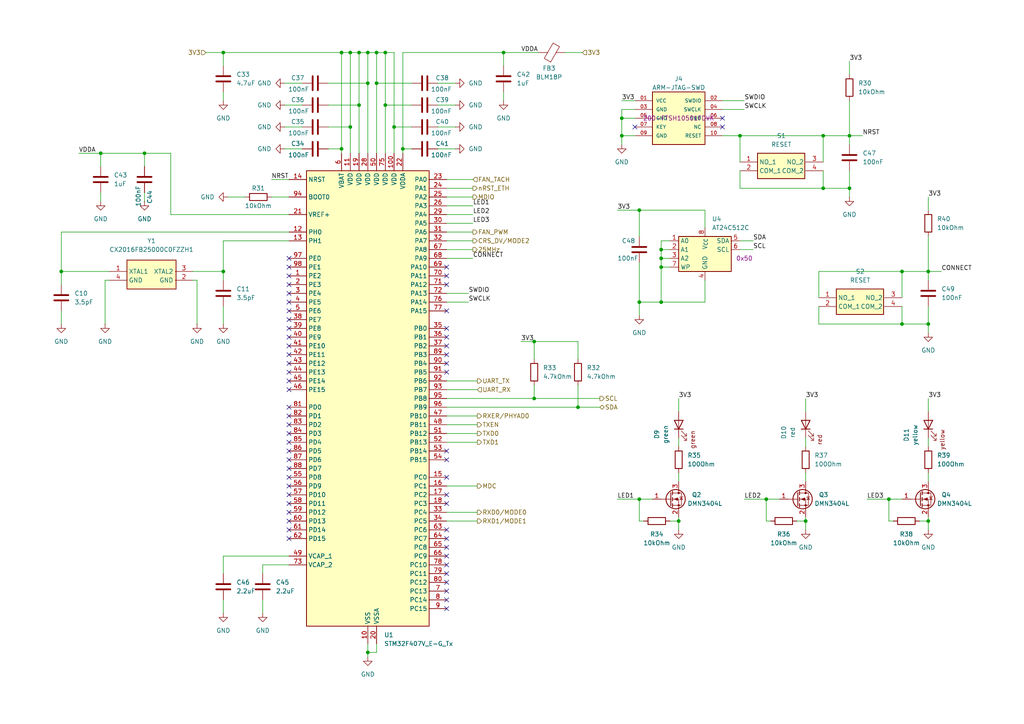
<source format=kicad_sch>
(kicad_sch (version 20231120) (generator "eeschema") (generator_version "8.0")
  (paper "A4")
  (junction (at 185.42 144.78))
  (junction (at 233.68 151.13))
  (junction (at 99.06 15.24))
  (junction (at 261.62 93.98))
  (junction (at 180.34 39.37))
  (junction (at 106.68 24.13))
  (junction (at 269.24 93.98))
  (junction (at 109.22 15.24))
  (junction (at 222.25 144.78))
  (junction (at 111.76 15.24))
  (junction (at 246.38 39.37))
  (junction (at 261.62 78.74))
  (junction (at 257.81 144.78))
  (junction (at 185.42 87.63))
  (junction (at 180.34 34.29))
  (junction (at 109.22 24.13))
  (junction (at 185.42 60.96))
  (junction (at 146.05 15.24))
  (junction (at 116.84 43.18))
  (junction (at 101.6 36.83))
  (junction (at 104.14 15.24))
  (junction (at 101.6 15.24))
  (junction (at 17.78 78.74))
  (junction (at 99.06 43.18))
  (junction (at 104.14 30.48))
  (junction (at 238.76 54.61))
  (junction (at 154.94 115.57))
  (junction (at 269.24 151.13))
  (junction (at 191.77 87.63))
  (junction (at 41.91 44.45))
  (junction (at 64.77 15.24))
  (junction (at 214.63 39.37))
  (junction (at 111.76 30.48))
  (junction (at 191.77 74.93))
  (junction (at 196.85 151.13))
  (junction (at 106.68 15.24))
  (junction (at 106.68 189.23))
  (junction (at 246.38 54.61))
  (junction (at 269.24 78.74))
  (junction (at 191.77 77.47))
  (junction (at 29.21 44.45))
  (junction (at 238.76 39.37))
  (junction (at 167.64 118.11))
  (junction (at 114.3 36.83))
  (junction (at 64.77 78.74))
  (junction (at 191.77 72.39))
  (junction (at 154.94 99.06))
  (no_connect (at 83.82 148.59))
  (no_connect (at 83.82 140.97))
  (no_connect (at 129.54 146.05))
  (no_connect (at 209.55 36.83))
  (no_connect (at 129.54 176.53))
  (no_connect (at 83.82 105.41))
  (no_connect (at 83.82 133.35))
  (no_connect (at 83.82 153.67))
  (no_connect (at 129.54 80.01))
  (no_connect (at 83.82 87.63))
  (no_connect (at 129.54 171.45))
  (no_connect (at 83.82 125.73))
  (no_connect (at 129.54 156.21))
  (no_connect (at 83.82 130.81))
  (no_connect (at 129.54 130.81))
  (no_connect (at 129.54 161.29))
  (no_connect (at 83.82 138.43))
  (no_connect (at 129.54 173.99))
  (no_connect (at 83.82 107.95))
  (no_connect (at 83.82 95.25))
  (no_connect (at 83.82 113.03))
  (no_connect (at 129.54 163.83))
  (no_connect (at 83.82 156.21))
  (no_connect (at 129.54 102.87))
  (no_connect (at 83.82 151.13))
  (no_connect (at 129.54 133.35))
  (no_connect (at 129.54 158.75))
  (no_connect (at 129.54 82.55))
  (no_connect (at 83.82 74.93))
  (no_connect (at 83.82 120.65))
  (no_connect (at 129.54 107.95))
  (no_connect (at 83.82 80.01))
  (no_connect (at 129.54 153.67))
  (no_connect (at 83.82 143.51))
  (no_connect (at 129.54 90.17))
  (no_connect (at 83.82 123.19))
  (no_connect (at 129.54 97.79))
  (no_connect (at 83.82 128.27))
  (no_connect (at 83.82 92.71))
  (no_connect (at 83.82 77.47))
  (no_connect (at 129.54 143.51))
  (no_connect (at 83.82 146.05))
  (no_connect (at 83.82 82.55))
  (no_connect (at 83.82 118.11))
  (no_connect (at 129.54 95.25))
  (no_connect (at 129.54 138.43))
  (no_connect (at 129.54 166.37))
  (no_connect (at 83.82 110.49))
  (no_connect (at 184.15 36.83))
  (no_connect (at 83.82 100.33))
  (no_connect (at 129.54 168.91))
  (no_connect (at 129.54 77.47))
  (no_connect (at 209.55 34.29))
  (no_connect (at 83.82 85.09))
  (no_connect (at 83.82 97.79))
  (no_connect (at 129.54 105.41))
  (no_connect (at 83.82 102.87))
  (no_connect (at 83.82 90.17))
  (no_connect (at 83.82 135.89))
  (no_connect (at 129.54 100.33))
  (wire (pts (xy 129.54 125.73) (xy 138.43 125.73)))
  (wire (pts (xy 191.77 74.93) (xy 191.77 72.39)))
  (wire (pts (xy 31.75 78.74) (xy 17.78 78.74)))
  (wire (pts (xy 185.42 60.96) (xy 185.42 68.58)))
  (wire (pts (xy 114.3 15.24) (xy 111.76 15.24)))
  (wire (pts (xy 83.82 161.29) (xy 64.77 161.29)))
  (wire (pts (xy 191.77 72.39) (xy 191.77 69.85)))
  (wire (pts (xy 129.54 123.19) (xy 138.43 123.19)))
  (wire (pts (xy 179.07 144.78) (xy 185.42 144.78)))
  (wire (pts (xy 109.22 24.13) (xy 109.22 44.45)))
  (wire (pts (xy 55.88 78.74) (xy 64.77 78.74)))
  (wire (pts (xy 261.62 78.74) (xy 261.62 86.36)))
  (wire (pts (xy 269.24 78.74) (xy 269.24 81.28)))
  (wire (pts (xy 106.68 186.69) (xy 106.68 189.23)))
  (wire (pts (xy 82.55 30.48) (xy 87.63 30.48)))
  (wire (pts (xy 204.47 81.28) (xy 204.47 87.63)))
  (wire (pts (xy 214.63 72.39) (xy 218.44 72.39)))
  (wire (pts (xy 154.94 115.57) (xy 173.99 115.57)))
  (wire (pts (xy 191.77 87.63) (xy 204.47 87.63)))
  (wire (pts (xy 246.38 17.78) (xy 246.38 21.59)))
  (wire (pts (xy 129.54 140.97) (xy 138.43 140.97)))
  (wire (pts (xy 129.54 62.23) (xy 137.16 62.23)))
  (wire (pts (xy 106.68 24.13) (xy 106.68 15.24)))
  (wire (pts (xy 129.54 151.13) (xy 138.43 151.13)))
  (wire (pts (xy 64.77 69.85) (xy 64.77 78.74)))
  (wire (pts (xy 129.54 148.59) (xy 138.43 148.59)))
  (wire (pts (xy 163.83 15.24) (xy 168.91 15.24)))
  (wire (pts (xy 246.38 49.53) (xy 246.38 54.61)))
  (wire (pts (xy 196.85 115.57) (xy 196.85 119.38)))
  (wire (pts (xy 49.53 44.45) (xy 49.53 62.23)))
  (wire (pts (xy 114.3 36.83) (xy 114.3 15.24)))
  (wire (pts (xy 209.55 31.75) (xy 215.9 31.75)))
  (wire (pts (xy 251.46 144.78) (xy 257.81 144.78)))
  (wire (pts (xy 238.76 39.37) (xy 238.76 46.99)))
  (wire (pts (xy 154.94 111.76) (xy 154.94 115.57)))
  (wire (pts (xy 273.05 78.74) (xy 269.24 78.74)))
  (wire (pts (xy 116.84 43.18) (xy 119.38 43.18)))
  (wire (pts (xy 132.08 43.18) (xy 127 43.18)))
  (wire (pts (xy 185.42 60.96) (xy 179.07 60.96)))
  (wire (pts (xy 82.55 36.83) (xy 87.63 36.83)))
  (wire (pts (xy 196.85 137.16) (xy 196.85 139.7)))
  (wire (pts (xy 191.77 77.47) (xy 191.77 74.93)))
  (wire (pts (xy 64.77 88.9) (xy 64.77 93.98)))
  (wire (pts (xy 64.77 15.24) (xy 64.77 19.05)))
  (wire (pts (xy 222.25 151.13) (xy 223.52 151.13)))
  (wire (pts (xy 41.91 58.42) (xy 41.91 55.88)))
  (wire (pts (xy 238.76 49.53) (xy 238.76 54.61)))
  (wire (pts (xy 106.68 189.23) (xy 109.22 189.23)))
  (wire (pts (xy 237.49 88.9) (xy 237.49 93.98)))
  (wire (pts (xy 146.05 26.67) (xy 146.05 29.21)))
  (wire (pts (xy 214.63 54.61) (xy 238.76 54.61)))
  (wire (pts (xy 132.08 30.48) (xy 127 30.48)))
  (wire (pts (xy 29.21 55.88) (xy 29.21 58.42)))
  (wire (pts (xy 269.24 57.15) (xy 269.24 60.96)))
  (wire (pts (xy 106.68 189.23) (xy 106.68 190.5)))
  (wire (pts (xy 184.15 34.29) (xy 180.34 34.29)))
  (wire (pts (xy 261.62 93.98) (xy 269.24 93.98)))
  (wire (pts (xy 76.2 163.83) (xy 76.2 166.37)))
  (wire (pts (xy 222.25 144.78) (xy 222.25 151.13)))
  (wire (pts (xy 49.53 62.23) (xy 83.82 62.23)))
  (wire (pts (xy 233.68 149.86) (xy 233.68 151.13)))
  (wire (pts (xy 185.42 144.78) (xy 189.23 144.78)))
  (wire (pts (xy 116.84 44.45) (xy 116.84 43.18)))
  (wire (pts (xy 237.49 93.98) (xy 261.62 93.98)))
  (wire (pts (xy 129.54 128.27) (xy 138.43 128.27)))
  (wire (pts (xy 237.49 78.74) (xy 237.49 86.36)))
  (wire (pts (xy 82.55 24.13) (xy 87.63 24.13)))
  (wire (pts (xy 238.76 54.61) (xy 246.38 54.61)))
  (wire (pts (xy 101.6 36.83) (xy 101.6 15.24)))
  (wire (pts (xy 180.34 39.37) (xy 180.34 41.91)))
  (wire (pts (xy 233.68 137.16) (xy 233.68 139.7)))
  (wire (pts (xy 204.47 60.96) (xy 185.42 60.96)))
  (wire (pts (xy 129.54 110.49) (xy 138.43 110.49)))
  (wire (pts (xy 116.84 15.24) (xy 116.84 43.18)))
  (wire (pts (xy 214.63 39.37) (xy 214.63 46.99)))
  (wire (pts (xy 30.48 81.28) (xy 30.48 93.98)))
  (wire (pts (xy 246.38 29.21) (xy 246.38 39.37)))
  (wire (pts (xy 64.77 81.28) (xy 64.77 78.74)))
  (wire (pts (xy 111.76 30.48) (xy 111.76 44.45)))
  (wire (pts (xy 129.54 115.57) (xy 154.94 115.57)))
  (wire (pts (xy 109.22 186.69) (xy 109.22 189.23)))
  (wire (pts (xy 185.42 87.63) (xy 191.77 87.63)))
  (wire (pts (xy 99.06 15.24) (xy 99.06 43.18)))
  (wire (pts (xy 269.24 68.58) (xy 269.24 78.74)))
  (wire (pts (xy 269.24 137.16) (xy 269.24 139.7)))
  (wire (pts (xy 233.68 151.13) (xy 233.68 153.67)))
  (wire (pts (xy 196.85 151.13) (xy 196.85 153.67)))
  (wire (pts (xy 41.91 44.45) (xy 49.53 44.45)))
  (wire (pts (xy 257.81 151.13) (xy 259.08 151.13)))
  (wire (pts (xy 180.34 34.29) (xy 180.34 39.37)))
  (wire (pts (xy 204.47 66.04) (xy 204.47 60.96)))
  (wire (pts (xy 129.54 118.11) (xy 167.64 118.11)))
  (wire (pts (xy 101.6 36.83) (xy 101.6 44.45)))
  (wire (pts (xy 215.9 144.78) (xy 222.25 144.78)))
  (wire (pts (xy 231.14 151.13) (xy 233.68 151.13)))
  (wire (pts (xy 233.68 127) (xy 233.68 129.54)))
  (wire (pts (xy 185.42 151.13) (xy 185.42 144.78)))
  (wire (pts (xy 30.48 81.28) (xy 31.75 81.28)))
  (wire (pts (xy 146.05 15.24) (xy 116.84 15.24)))
  (wire (pts (xy 95.25 30.48) (xy 104.14 30.48)))
  (wire (pts (xy 129.54 59.69) (xy 137.16 59.69)))
  (wire (pts (xy 196.85 127) (xy 196.85 129.54)))
  (wire (pts (xy 269.24 115.57) (xy 269.24 119.38)))
  (wire (pts (xy 99.06 43.18) (xy 99.06 44.45)))
  (wire (pts (xy 154.94 99.06) (xy 167.64 99.06)))
  (wire (pts (xy 104.14 15.24) (xy 101.6 15.24)))
  (wire (pts (xy 154.94 99.06) (xy 154.94 104.14)))
  (wire (pts (xy 64.77 15.24) (xy 99.06 15.24)))
  (wire (pts (xy 261.62 88.9) (xy 261.62 93.98)))
  (wire (pts (xy 185.42 76.2) (xy 185.42 87.63)))
  (wire (pts (xy 119.38 30.48) (xy 111.76 30.48)))
  (wire (pts (xy 151.13 99.06) (xy 154.94 99.06)))
  (wire (pts (xy 246.38 39.37) (xy 246.38 41.91)))
  (wire (pts (xy 83.82 67.31) (xy 17.78 67.31)))
  (wire (pts (xy 185.42 87.63) (xy 185.42 91.44)))
  (wire (pts (xy 269.24 149.86) (xy 269.24 151.13)))
  (wire (pts (xy 214.63 39.37) (xy 238.76 39.37)))
  (wire (pts (xy 41.91 44.45) (xy 41.91 48.26)))
  (wire (pts (xy 209.55 29.21) (xy 215.9 29.21)))
  (wire (pts (xy 83.82 69.85) (xy 64.77 69.85)))
  (wire (pts (xy 269.24 127) (xy 269.24 129.54)))
  (wire (pts (xy 185.42 151.13) (xy 186.69 151.13)))
  (wire (pts (xy 57.15 81.28) (xy 55.88 81.28)))
  (wire (pts (xy 129.54 120.65) (xy 138.43 120.65)))
  (wire (pts (xy 78.74 52.07) (xy 83.82 52.07)))
  (wire (pts (xy 196.85 149.86) (xy 196.85 151.13)))
  (wire (pts (xy 29.21 44.45) (xy 29.21 48.26)))
  (wire (pts (xy 111.76 15.24) (xy 109.22 15.24)))
  (wire (pts (xy 17.78 90.17) (xy 17.78 93.98)))
  (wire (pts (xy 167.64 118.11) (xy 173.99 118.11)))
  (wire (pts (xy 95.25 36.83) (xy 101.6 36.83)))
  (wire (pts (xy 17.78 67.31) (xy 17.78 78.74)))
  (wire (pts (xy 184.15 31.75) (xy 180.34 31.75)))
  (wire (pts (xy 78.74 57.15) (xy 83.82 57.15)))
  (wire (pts (xy 129.54 87.63) (xy 135.89 87.63)))
  (wire (pts (xy 129.54 64.77) (xy 137.16 64.77)))
  (wire (pts (xy 257.81 144.78) (xy 261.62 144.78)))
  (wire (pts (xy 64.77 173.99) (xy 64.77 177.8)))
  (wire (pts (xy 209.55 39.37) (xy 214.63 39.37)))
  (wire (pts (xy 129.54 54.61) (xy 137.16 54.61)))
  (wire (pts (xy 119.38 24.13) (xy 109.22 24.13)))
  (wire (pts (xy 156.21 15.24) (xy 146.05 15.24)))
  (wire (pts (xy 106.68 15.24) (xy 109.22 15.24)))
  (wire (pts (xy 191.77 69.85) (xy 194.31 69.85)))
  (wire (pts (xy 59.69 15.24) (xy 64.77 15.24)))
  (wire (pts (xy 76.2 173.99) (xy 76.2 177.8)))
  (wire (pts (xy 146.05 15.24) (xy 146.05 19.05)))
  (wire (pts (xy 266.7 151.13) (xy 269.24 151.13)))
  (wire (pts (xy 29.21 44.45) (xy 41.91 44.45)))
  (wire (pts (xy 191.77 72.39) (xy 194.31 72.39)))
  (wire (pts (xy 132.08 24.13) (xy 127 24.13)))
  (wire (pts (xy 101.6 15.24) (xy 99.06 15.24)))
  (wire (pts (xy 66.04 57.15) (xy 71.12 57.15)))
  (wire (pts (xy 17.78 78.74) (xy 17.78 82.55)))
  (wire (pts (xy 22.86 44.45) (xy 29.21 44.45)))
  (wire (pts (xy 191.77 77.47) (xy 191.77 87.63)))
  (wire (pts (xy 64.77 161.29) (xy 64.77 166.37)))
  (wire (pts (xy 106.68 24.13) (xy 106.68 44.45)))
  (wire (pts (xy 222.25 144.78) (xy 226.06 144.78)))
  (wire (pts (xy 269.24 151.13) (xy 269.24 153.67)))
  (wire (pts (xy 191.77 77.47) (xy 194.31 77.47)))
  (wire (pts (xy 246.38 54.61) (xy 246.38 57.15)))
  (wire (pts (xy 129.54 69.85) (xy 137.16 69.85)))
  (wire (pts (xy 238.76 39.37) (xy 246.38 39.37)))
  (wire (pts (xy 269.24 88.9) (xy 269.24 93.98)))
  (wire (pts (xy 194.31 151.13) (xy 196.85 151.13)))
  (wire (pts (xy 83.82 163.83) (xy 76.2 163.83)))
  (wire (pts (xy 129.54 52.07) (xy 137.16 52.07)))
  (wire (pts (xy 180.34 31.75) (xy 180.34 34.29)))
  (wire (pts (xy 184.15 39.37) (xy 180.34 39.37)))
  (wire (pts (xy 180.34 29.21) (xy 184.15 29.21)))
  (wire (pts (xy 214.63 49.53) (xy 214.63 54.61)))
  (wire (pts (xy 129.54 72.39) (xy 137.16 72.39)))
  (wire (pts (xy 269.24 93.98) (xy 269.24 96.52)))
  (wire (pts (xy 129.54 57.15) (xy 137.16 57.15)))
  (wire (pts (xy 111.76 30.48) (xy 111.76 15.24)))
  (wire (pts (xy 104.14 30.48) (xy 104.14 44.45)))
  (wire (pts (xy 250.19 39.37) (xy 246.38 39.37)))
  (wire (pts (xy 214.63 69.85) (xy 218.44 69.85)))
  (wire (pts (xy 191.77 74.93) (xy 194.31 74.93)))
  (wire (pts (xy 64.77 26.67) (xy 64.77 29.21)))
  (wire (pts (xy 109.22 15.24) (xy 109.22 24.13)))
  (wire (pts (xy 167.64 99.06) (xy 167.64 104.14)))
  (wire (pts (xy 95.25 24.13) (xy 106.68 24.13)))
  (wire (pts (xy 104.14 30.48) (xy 104.14 15.24)))
  (wire (pts (xy 167.64 111.76) (xy 167.64 118.11)))
  (wire (pts (xy 129.54 113.03) (xy 138.43 113.03)))
  (wire (pts (xy 57.15 81.28) (xy 57.15 93.98)))
  (wire (pts (xy 237.49 78.74) (xy 261.62 78.74)))
  (wire (pts (xy 114.3 36.83) (xy 114.3 44.45)))
  (wire (pts (xy 95.25 43.18) (xy 99.06 43.18)))
  (wire (pts (xy 233.68 115.57) (xy 233.68 119.38)))
  (wire (pts (xy 129.54 74.93) (xy 137.16 74.93)))
  (wire (pts (xy 129.54 85.09) (xy 135.89 85.09)))
  (wire (pts (xy 257.81 151.13) (xy 257.81 144.78)))
  (wire (pts (xy 129.54 67.31) (xy 137.16 67.31)))
  (wire (pts (xy 106.68 15.24) (xy 104.14 15.24)))
  (wire (pts (xy 261.62 78.74) (xy 269.24 78.74)))
  (wire (pts (xy 132.08 36.83) (xy 127 36.83)))
  (wire (pts (xy 82.55 43.18) (xy 87.63 43.18)))
  (wire (pts (xy 119.38 36.83) (xy 114.3 36.83)))
  (label "VDDA" (at 22.86 44.45 0))
  (label "CONNECT" (at 137.16 74.93 0))
  (label "LED3" (at 251.46 144.78 0))
  (label "3V3" (at 151.13 99.06 0))
  (label "LED2" (at 137.16 62.23 0))
  (label "LED3" (at 137.16 64.77 0))
  (label "VDDA" (at 151.13 15.24 0))
  (label "3V3" (at 179.07 60.96 0))
  (label "3V3" (at 196.85 115.57 0))
  (label "SWCLK" (at 215.9 31.75 0))
  (label "SWCLK" (at 135.89 87.63 0))
  (label "3V3" (at 180.34 29.21 0))
  (label "3V3" (at 246.38 17.78 0))
  (label "LED2" (at 215.9 144.78 0))
  (label "3V3" (at 233.68 115.57 0))
  (label "SCL" (at 218.44 72.39 0))
  (label "SDA" (at 218.44 69.85 0))
  (label "SWDIO" (at 215.9 29.21 0))
  (label "CONNECT" (at 273.05 78.74 0))
  (label "NRST" (at 78.74 52.07 0))
  (label "SWDIO" (at 135.89 85.09 0))
  (label "LED1" (at 179.07 144.78 0))
  (label "3V3" (at 269.24 115.57 0))
  (label "NRST" (at 250.19 39.37 0))
  (label "LED1" (at 137.16 59.69 0))
  (label "3V3" (at 269.24 57.15 0))
  (hierarchical_label "FAN_PWM" (shape output) (at 137.16 67.31 0))
  (hierarchical_label "UART_TX" (shape output) (at 138.43 110.49 0))
  (hierarchical_label "RXD1{slash}MODE1" (shape output) (at 138.43 151.13 0))
  (hierarchical_label "3V3" (shape input) (at 168.91 15.24 0))
  (hierarchical_label "TXD0" (shape output) (at 138.43 125.73 0))
  (hierarchical_label "UART_RX" (shape input) (at 138.43 113.03 0))
  (hierarchical_label "MDC" (shape output) (at 138.43 140.97 0))
  (hierarchical_label "MDIO" (shape output) (at 137.16 57.15 0))
  (hierarchical_label "25MHz" (shape output) (at 137.16 72.39 0))
  (hierarchical_label "RXD0{slash}MODE0" (shape output) (at 138.43 148.59 0))
  (hierarchical_label "CRS_DV{slash}MODE2" (shape output) (at 137.16 69.85 0))
  (hierarchical_label "RXER{slash}PHYAD0" (shape output) (at 138.43 120.65 0))
  (hierarchical_label "nRST_ETH" (shape output) (at 137.16 54.61 0))
  (hierarchical_label "TXEN" (shape output) (at 138.43 123.19 0))
  (hierarchical_label "TXD1" (shape output) (at 138.43 128.27 0))
  (hierarchical_label "3V3" (shape input) (at 59.69 15.24 180))
  (hierarchical_label "FAN_TACH" (shape input) (at 137.16 52.07 0))
  (hierarchical_label "SCL" (shape output) (at 173.99 115.57 0))
  (hierarchical_label "SDA" (shape bidirectional) (at 173.99 118.11 0))
  (symbol (lib_id "power:GND") (at 57.15 93.98 0) (unit 1)
    (property "Reference" "#PWR13" (effects (hide yes)))
    (property "Value" "GND" (at 57.15 99.06 0))
    (property "Description" "Power symbol creates a global label with name \"GND\" , ground" (effects (hide yes)))
  )
  (symbol (lib_id "power:GND") (at 106.68 190.5 0) (unit 1)
    (property "Reference" "#PWR42" (effects (hide yes)))
    (property "Value" "GND" (at 106.68 195.58 0))
    (property "Description" "Power symbol creates a global label with name \"GND\" , ground" (effects (hide yes)))
  )
  (symbol (lib_id "benediktibk:R_10kOhm_SMD_0603_100mW_1%") (at 262.89 151.13 270) (unit 1)
    (property "Reference" "R38" (at 262.89 154.94 90))
    (property "Value" "10kOhm" (at 262.89 157.48 90))
    (property "Footprint" "benediktibk:R_0603_1608Metric_Pad0.98x0.95mm_HandSolder" (effects (hide yes)))
    (property "Description" "Resistor" (effects (hide yes)))
    (property "RS order number" "125-1173" (effects (hide yes)))
    (property "Mouser Part Number" "652-CR0603FX-1002ELF" (effects (hide yes)))
  )
  (symbol (lib_id "power:GND") (at 196.85 153.67 0) (unit 1)
    (property "Reference" "#PWR61" (effects (hide yes)))
    (property "Value" "GND" (at 196.85 158.75 0))
    (property "Description" "Power symbol creates a global label with name \"GND\" , ground" (effects (hide yes)))
  )
  (symbol (lib_id "benediktibk:R_10kOhm_SMD_0603_100mW_1%") (at 190.5 151.13 270) (unit 1)
    (property "Reference" "R34" (at 190.5 154.94 90))
    (property "Value" "10kOhm" (at 190.5 157.48 90))
    (property "Footprint" "benediktibk:R_0603_1608Metric_Pad0.98x0.95mm_HandSolder" (effects (hide yes)))
    (property "Description" "Resistor" (effects (hide yes)))
    (property "RS order number" "125-1173" (effects (hide yes)))
    (property "Mouser Part Number" "652-CR0603FX-1002ELF" (effects (hide yes)))
  )
  (symbol (lib_id "benediktibk:R_100Ohm_SMD_0603_100mW_1%") (at 233.68 133.35 0) (unit 1)
    (property "Reference" "R37" (at 236.22 132.0799 0) (effects (justify left)))
    (property "Value" "100Ohm" (at 236.22 134.6199 0) (effects (justify left)))
    (property "Footprint" "benediktibk:R_0603_1608Metric_Pad0.98x0.95mm_HandSolder" (effects (hide yes)))
    (property "Description" "Resistor" (effects (hide yes)))
    (property "RS order number" "125-1172" (effects (hide yes)))
    (property "Mouser Part Number" "279-CRGH0603F100R" (effects (hide yes)))
  )
  (symbol (lib_id "benediktibk:R_4_7kOhm_SMD_0603_100mW_1%") (at 154.94 107.95 0) (unit 1)
    (property "Reference" "R33" (at 157.48 106.6799 0) (effects (justify left)))
    (property "Value" "4.7kOhm" (at 157.48 109.2199 0) (effects (justify left)))
    (property "Footprint" "benediktibk:R_0603_1608Metric_Pad0.98x0.95mm_HandSolder" (effects (hide yes)))
    (property "Description" "Resistor" (effects (hide yes)))
    (property "RS order number" "901-3581" (effects (hide yes)))
    (property "Mouser Part Number" "652-CR0603FX-4701ELF" (effects (hide yes)))
  )
  (symbol (lib_id "benediktibk:C_1uF_SMD_0603_50V_10%") (at 29.21 52.07 0) (unit 1)
    (property "Reference" "C43" (at 33.02 50.7999 0) (effects (justify left)))
    (property "Value" "1uF" (at 33.02 53.3399 0) (effects (justify left)))
    (property "Footprint" "benediktibk:C_0603_1608Metric_Pad1.08x0.95mm_HandSolder" (effects (hide yes)))
    (property "Description" "Unpolarized capacitor" (effects (hide yes)))
    (property "RS order number" "103-4112" (effects (hide yes)))
    (property "Mouser Part Number" "963-UMK107BJ105KA-T" (effects (hide yes)))
  )
  (symbol (lib_id "power:GND") (at 269.24 153.67 0) (unit 1)
    (property "Reference" "#PWR63" (effects (hide yes)))
    (property "Value" "GND" (at 269.24 158.75 0))
    (property "Description" "Power symbol creates a global label with name \"GND\" , ground" (effects (hide yes)))
  )
  (symbol (lib_id "benediktibk:C_100nF_SMD_0603_50V") (at 123.19 43.18 90) (mirror x) (unit 1)
    (property "Reference" "C41" (at 128.27 41.656 90))
    (property "Value" "100nF" (at 128.016 44.958 90))
    (property "Footprint" "benediktibk:C_0603_1608Metric_Pad1.08x0.95mm_HandSolder" (effects (hide yes)))
    (property "Description" "Unpolarized capacitor" (effects (hide yes)))
    (property "RS order number" "242-7372" (effects (hide yes)))
    (property "Mouser Part Number" "581-KGM15BR71H104KM" (effects (hide yes)))
  )
  (symbol (lib_id "power:GND") (at 246.38 57.15 0) (unit 1)
    (property "Reference" "#PWR58" (effects (hide yes)))
    (property "Value" "GND" (at 246.38 62.23 0))
    (property "Description" "Power symbol creates a global label with name \"GND\" , ground" (effects (hide yes)))
  )
  (symbol (lib_id "benediktibk:C_3_5pF_SMD_0603_50V") (at 17.78 86.36 0) (unit 1)
    (property "Reference" "C10" (at 21.59 85.0899 0) (effects (justify left)))
    (property "Value" "3.5pF" (at 21.59 87.6299 0) (effects (justify left)))
    (property "Footprint" "benediktibk:C_0603_1608Metric_Pad1.08x0.95mm_HandSolder" (effects (hide yes)))
    (property "Description" "Unpolarized capacitor" (effects (hide yes)))
    (property "RS order number" "103-4112" (effects (hide yes)))
    (property "Mouser Part Number" "80-CBR06C359B5GAC" (effects (hide yes)))
  )
  (symbol (lib_id "benediktibk:DMN3404L") (at 231.14 144.78 0) (unit 1)
    (property "Reference" "Q3" (at 237.49 143.5099 0) (effects (justify left)))
    (property "Value" "DMN3404L" (at 236.22 146.05 0) (effects (justify left)))
    (property "Footprint" "benediktibk:SOT-23" (effects (hide yes)))
    (property "Description" "n-MOSFET transistor, drain/gate/source" (effects (hide yes)))
    (property "RS order number" "751-4171" (effects (hide yes)))
    (property "Mouser Part Number" "621-DMN3404L-7" (effects (hide yes)))
  )
  (symbol (lib_id "power:GND") (at 82.55 36.83 270) (unit 1)
    (property "Reference" "#PWR46" (effects (hide yes)))
    (property "Value" "GND" (at 78.74 36.8299 90) (effects (justify right)))
    (property "Description" "Power symbol creates a global label with name \"GND\" , ground" (effects (hide yes)))
  )
  (symbol (lib_id "benediktibk:C_100nF_SMD_0603_50V") (at 123.19 36.83 90) (mirror x) (unit 1)
    (property "Reference" "C40" (at 128.27 35.306 90))
    (property "Value" "100nF" (at 128.016 38.608 90))
    (property "Footprint" "benediktibk:C_0603_1608Metric_Pad1.08x0.95mm_HandSolder" (effects (hide yes)))
    (property "Description" "Unpolarized capacitor" (effects (hide yes)))
    (property "RS order number" "242-7372" (effects (hide yes)))
    (property "Mouser Part Number" "581-KGM15BR71H104KM" (effects (hide yes)))
  )
  (symbol (lib_id "benediktibk:C_1uF_SMD_0603_50V_10%") (at 146.05 22.86 0) (unit 1)
    (property "Reference" "C42" (at 149.86 21.5899 0) (effects (justify left)))
    (property "Value" "1uF" (at 149.86 24.1299 0) (effects (justify left)))
    (property "Footprint" "benediktibk:C_0603_1608Metric_Pad1.08x0.95mm_HandSolder" (effects (hide yes)))
    (property "Description" "Unpolarized capacitor" (effects (hide yes)))
    (property "RS order number" "103-4112" (effects (hide yes)))
    (property "Mouser Part Number" "963-UMK107BJ105KA-T" (effects (hide yes)))
  )
  (symbol (lib_id "benediktibk:R_10kOhm_SMD_0603_100mW_1%") (at 74.93 57.15 90) (unit 1)
    (property "Reference" "R31" (at 74.93 54.61 90))
    (property "Value" "10kOhm" (at 74.93 59.69 90))
    (property "Footprint" "benediktibk:R_0603_1608Metric_Pad0.98x0.95mm_HandSolder" (effects (hide yes)))
    (property "Description" "Resistor" (effects (hide yes)))
    (property "RS order number" "125-1173" (effects (hide yes)))
    (property "Mouser Part Number" "652-CR0603FX-1002ELF" (effects (hide yes)))
  )
  (symbol (lib_id "benediktibk:C_4_7uF_SMD_0805_50V_10%") (at 64.77 22.86 0) (unit 1)
    (property "Reference" "C33" (at 68.58 21.5899 0) (effects (justify left)))
    (property "Value" "4.7uF" (at 68.58 24.1299 0) (effects (justify left)))
    (property "Footprint" "benediktibk:C_0805_2012Metric_Pad1.18x1.45mm_HandSolder" (effects (hide yes)))
    (property "Description" "Unpolarized capacitor" (effects (hide yes)))
    (property "RS order number" "113-8707" (effects (hide yes)))
    (property "Mouser Part Number" "187-CL21A475KBQNNNE" (effects (hide yes)))
  )
  (symbol (lib_id "power:GND") (at 17.78 93.98 0) (unit 1)
    (property "Reference" "#PWR11" (effects (hide yes)))
    (property "Value" "GND" (at 17.78 99.06 0))
    (property "Description" "Power symbol creates a global label with name \"GND\" , ground" (effects (hide yes)))
  )
  (symbol (lib_id "benediktibk:C_2_2uF_SMD_0603_10V_10%") (at 64.77 170.18 0) (unit 1)
    (property "Reference" "C46" (at 68.58 168.9099 0) (effects (justify left)))
    (property "Value" "2.2uF" (at 68.58 171.4499 0) (effects (justify left)))
    (property "Footprint" "benediktibk:C_0603_1608Metric_Pad1.08x0.95mm_HandSolder" (effects (hide yes)))
    (property "Description" "Unpolarized capacitor" (effects (hide yes)))
    (property "RS order number" "103-4112" (effects (hide yes)))
    (property "Mouser Part Number" "187-CL10A225KP8NNND" (effects (hide yes)))
  )
  (symbol (lib_id "benediktibk:R_10kOhm_SMD_0603_100mW_1%") (at 227.33 151.13 270) (unit 1)
    (property "Reference" "R36" (at 227.33 154.94 90))
    (property "Value" "10kOhm" (at 227.33 157.48 90))
    (property "Footprint" "benediktibk:R_0603_1608Metric_Pad0.98x0.95mm_HandSolder" (effects (hide yes)))
    (property "Description" "Resistor" (effects (hide yes)))
    (property "RS order number" "125-1173" (effects (hide yes)))
    (property "Mouser Part Number" "652-CR0603FX-1002ELF" (effects (hide yes)))
  )
  (symbol (lib_id "power:GND") (at 233.68 153.67 0) (unit 1)
    (property "Reference" "#PWR62" (effects (hide yes)))
    (property "Value" "GND" (at 233.68 158.75 0))
    (property "Description" "Power symbol creates a global label with name \"GND\" , ground" (effects (hide yes)))
  )
  (symbol (lib_id "benediktibk:LED_yellow_0603") (at 269.24 123.19 90) (unit 1)
    (property "Reference" "D11" (at 262.89 126.1568 0))
    (property "Value" "yellow" (at 265.43 126.1568 0))
    (property "Footprint" "benediktibk:D_0603_1608Metric_Pad1.05x0.95mm_HandSolder" (effects (hide yes)))
    (property "Description" "Light emitting diode" (effects (hide yes)))
    (property "RS order number" "861-0087" (effects (hide yes)))
    (property "Mouser Part Number" "604-APG1608SYKC/T" (effects (hide yes)))
  )
  (symbol (lib_id "power:GND") (at 66.04 57.15 270) (unit 1)
    (property "Reference" "#PWR59" (effects (hide yes)))
    (property "Value" "GND" (at 62.23 57.1499 90) (effects (justify right)))
    (property "Description" "Power symbol creates a global label with name \"GND\" , ground" (effects (hide yes)))
  )
  (symbol (lib_id "power:GND") (at 132.08 24.13 90) (mirror x) (unit 1)
    (property "Reference" "#PWR48" (effects (hide yes)))
    (property "Value" "GND" (at 135.89 24.1299 90) (effects (justify right)))
    (property "Description" "Power symbol creates a global label with name \"GND\" , ground" (effects (hide yes)))
  )
  (symbol (lib_id "power:GND") (at 41.91 58.42 0) (mirror y) (unit 1)
    (property "Reference" "#PWR54" (effects (hide yes)))
    (property "Value" "GND" (at 39.878 63.5 0) (effects (justify right)))
    (property "Description" "Power symbol creates a global label with name \"GND\" , ground" (effects (hide yes)))
  )
  (symbol (lib_id "benediktibk:LED_red_0603") (at 233.68 123.19 90) (unit 1)
    (property "Reference" "D10" (at 227.33 125.4462 0))
    (property "Value" "red" (at 229.87 125.4462 0))
    (property "Footprint" "benediktibk:D_0603_1608Metric_Pad1.05x0.95mm_HandSolder" (effects (hide yes)))
    (property "Description" "Light emitting diode" (effects (hide yes)))
    (property "RS order number" "861-0090" (effects (hide yes)))
    (property "Mouser Part Number" "859-LTST-C190KDKT10A" (effects (hide yes)))
  )
  (symbol (lib_id "benediktibk:C_2_2uF_SMD_0603_10V_10%") (at 76.2 170.18 0) (unit 1)
    (property "Reference" "C45" (at 80.01 168.9099 0) (effects (justify left)))
    (property "Value" "2.2uF" (at 80.01 171.4499 0) (effects (justify left)))
    (property "Footprint" "benediktibk:C_0603_1608Metric_Pad1.08x0.95mm_HandSolder" (effects (hide yes)))
    (property "Description" "Unpolarized capacitor" (effects (hide yes)))
    (property "RS order number" "103-4112" (effects (hide yes)))
    (property "Mouser Part Number" "187-CL10A225KP8NNND" (effects (hide yes)))
  )
  (symbol (lib_id "benediktibk:STM32F407V_E-G_Tx") (at 106.68 115.57 0) (unit 1)
    (property "Reference" "U1" (at 111.4141 184.15 0) (effects (justify left)))
    (property "Value" "STM32F407V_E-G_Tx" (at 111.4141 186.69 0) (effects (justify left)))
    (property "Footprint" "benediktibk:LQFP-100_14x14mm_P0.5mm" (effects (hide yes)))
    (property "Datasheet" "https://www.st.com/resource/en/datasheet/stm32f407ve.pdf" (effects (hide yes)))
    (property "Description" "STMicroelectronics Arm Cortex-M4 MCU, 512-1024KB flash, 192KB RAM, 168 MHz, 1.8-3.6V, 82 GPIO, LQFP100" (effects (hide yes)))
    (property "Mouser Part No" "511-STM32F407VGT6TR" (effects (hide yes)))
  )
  (symbol (lib_id "power:GND") (at 180.34 41.91 0) (unit 1)
    (property "Reference" "#PWR57" (effects (hide yes)))
    (property "Value" "GND" (at 180.34 46.99 0))
    (property "Description" "Power symbol creates a global label with name \"GND\" , ground" (effects (hide yes)))
  )
  (symbol (lib_id "benediktibk:DMN3404L") (at 194.31 144.78 0) (unit 1)
    (property "Reference" "Q2" (at 200.66 143.5099 0) (effects (justify left)))
    (property "Value" "DMN3404L" (at 199.39 146.05 0) (effects (justify left)))
    (property "Footprint" "benediktibk:SOT-23" (effects (hide yes)))
    (property "Description" "n-MOSFET transistor, drain/gate/source" (effects (hide yes)))
    (property "RS order number" "751-4171" (effects (hide yes)))
    (property "Mouser Part Number" "621-DMN3404L-7" (effects (hide yes)))
  )
  (symbol (lib_id "benediktibk:AT24C512C") (at 204.47 73.66 0) (unit 1)
    (property "Reference" "U4" (at 206.4894 63.5 0) (effects (justify left)))
    (property "Value" "AT24C512C" (at 206.4894 66.04 0) (effects (justify left)))
    (property "Footprint" "benediktibk:SOIC127P600X175-8N" (effects (hide yes)))
    (property "Description" "I2C Serial EEPROM, 2Kb, SOT-23" (effects (hide yes)))
    (property "RS order number" "197-5331" (effects (hide yes)))
    (property "I2C Address" "0x50" (at 215.9 74.93 0))
    (property "Mouser Part Number" "556-AT24C512C-SSHM-T" (effects (hide yes)))
  )
  (symbol (lib_id "benediktibk:C_3_5pF_SMD_0603_50V") (at 64.77 85.09 0) (unit 1)
    (property "Reference" "C11" (at 68.58 83.8199 0) (effects (justify left)))
    (property "Value" "3.5pF" (at 68.58 86.3599 0) (effects (justify left)))
    (property "Footprint" "benediktibk:C_0603_1608Metric_Pad1.08x0.95mm_HandSolder" (effects (hide yes)))
    (property "Description" "Unpolarized capacitor" (effects (hide yes)))
    (property "RS order number" "103-4112" (effects (hide yes)))
    (property "Mouser Part Number" "80-CBR06C359B5GAC" (effects (hide yes)))
  )
  (symbol (lib_id "power:GND") (at 82.55 24.13 270) (unit 1)
    (property "Reference" "#PWR44" (effects (hide yes)))
    (property "Value" "GND" (at 78.74 24.1299 90) (effects (justify right)))
    (property "Description" "Power symbol creates a global label with name \"GND\" , ground" (effects (hide yes)))
  )
  (symbol (lib_id "power:GND") (at 269.24 96.52 0) (unit 1)
    (property "Reference" "#PWR64" (effects (hide yes)))
    (property "Value" "GND" (at 269.24 101.6 0))
    (property "Description" "Power symbol creates a global label with name \"GND\" , ground" (effects (hide yes)))
  )
  (symbol (lib_id "benediktibk:R_100Ohm_SMD_0603_100mW_1%") (at 269.24 133.35 0) (unit 1)
    (property "Reference" "R39" (at 271.78 132.0799 0) (effects (justify left)))
    (property "Value" "100Ohm" (at 271.78 134.6199 0) (effects (justify left)))
    (property "Footprint" "benediktibk:R_0603_1608Metric_Pad0.98x0.95mm_HandSolder" (effects (hide yes)))
    (property "Description" "Resistor" (effects (hide yes)))
    (property "RS order number" "125-1172" (effects (hide yes)))
    (property "Mouser Part Number" "279-CRGH0603F100R" (effects (hide yes)))
  )
  (symbol (lib_id "benediktibk:C_100nF_SMD_0603_50V") (at 41.91 52.07 0) (mirror y) (unit 1)
    (property "Reference" "C44" (at 43.434 57.15 90))
    (property "Value" "100nF" (at 40.132 56.896 90))
    (property "Footprint" "benediktibk:C_0603_1608Metric_Pad1.08x0.95mm_HandSolder" (effects (hide yes)))
    (property "Description" "Unpolarized capacitor" (effects (hide yes)))
    (property "RS order number" "242-7372" (effects (hide yes)))
    (property "Mouser Part Number" "581-KGM15BR71H104KM" (effects (hide yes)))
  )
  (symbol (lib_id "benediktibk:LED_green_0603") (at 196.85 123.19 90) (unit 1)
    (property "Reference" "D9" (at 190.5 126.0056 0))
    (property "Value" "green" (at 193.04 126.0056 0))
    (property "Footprint" "benediktibk:D_0603_1608Metric_Pad1.05x0.95mm_HandSolder" (effects (hide yes)))
    (property "Description" "Light emitting diode" (effects (hide yes)))
    (property "RS order number" "466-3706" (effects (hide yes)))
    (property "Mouser Part Number" "604-AP1608SGC" (effects (hide yes)))
  )
  (symbol (lib_id "power:GND") (at 82.55 43.18 270) (unit 1)
    (property "Reference" "#PWR47" (effects (hide yes)))
    (property "Value" "GND" (at 78.74 43.1799 90) (effects (justify right)))
    (property "Description" "Power symbol creates a global label with name \"GND\" , ground" (effects (hide yes)))
  )
  (symbol (lib_id "benediktibk:R_100Ohm_SMD_0603_100mW_1%") (at 196.85 133.35 0) (unit 1)
    (property "Reference" "R35" (at 199.39 132.0799 0) (effects (justify left)))
    (property "Value" "100Ohm" (at 199.39 134.6199 0) (effects (justify left)))
    (property "Footprint" "benediktibk:R_0603_1608Metric_Pad0.98x0.95mm_HandSolder" (effects (hide yes)))
    (property "Description" "Resistor" (effects (hide yes)))
    (property "RS order number" "125-1172" (effects (hide yes)))
    (property "Mouser Part Number" "279-CRGH0603F100R" (effects (hide yes)))
  )
  (symbol (lib_id "benediktibk:BLM18P") (at 160.02 15.24 270) (unit 1)
    (property "Reference" "FB3" (at 159.258 19.812 90))
    (property "Value" "BLM18P" (at 159.258 22.352 90))
    (property "Footprint" "benediktibk:R_0603_1608Metric_Pad0.98x0.95mm_HandSolder" (effects (hide yes)))
    (property "Description" "Ferrite bead" (effects (hide yes)))
    (property "RS order number" "724-1403" (effects (hide yes)))
    (property "Mouser Part Number" "81-BLM11P300S" (effects (hide yes)))
  )
  (symbol (lib_id "power:GND") (at 64.77 29.21 0) (unit 1)
    (property "Reference" "#PWR43" (effects (hide yes)))
    (property "Value" "GND" (at 64.77 34.29 0))
    (property "Description" "Power symbol creates a global label with name \"GND\" , ground" (effects (hide yes)))
  )
  (symbol (lib_id "power:GND") (at 64.77 93.98 0) (unit 1)
    (property "Reference" "#PWR12" (effects (hide yes)))
    (property "Value" "GND" (at 64.77 99.06 0))
    (property "Description" "Power symbol creates a global label with name \"GND\" , ground" (effects (hide yes)))
  )
  (symbol (lib_id "benediktibk:R_10kOhm_SMD_0603_100mW_1%") (at 269.24 64.77 0) (unit 1)
    (property "Reference" "R40" (at 271.78 63.4999 0) (effects (justify left)))
    (property "Value" "10kOhm" (at 271.78 66.0399 0) (effects (justify left)))
    (property "Footprint" "benediktibk:R_0603_1608Metric_Pad0.98x0.95mm_HandSolder" (effects (hide yes)))
    (property "Description" "Resistor" (effects (hide yes)))
    (property "RS order number" "125-1173" (effects (hide yes)))
    (property "Mouser Part Number" "652-CR0603FX-1002ELF" (effects (hide yes)))
  )
  (symbol (lib_id "benediktibk:TS04-66-73-BK-100-SMT") (at 237.49 86.36 0) (unit 1)
    (property "Reference" "S2" (at 249.4915 78.74 0))
    (property "Value" "RESET" (at 249.4915 81.28 0))
    (property "Footprint" "benediktibk:TS046673BK100SMT" (effects (hide yes)))
    (property "Datasheet" "https://www.sameskydevices.com/product/resource/ts04.pdf" (effects (hide yes)))
    (property "Description" "6 x 6 mm, 7.3 mm Actuator Height, 100 gf, Black, Surface Mount, SPST, Tactile Switch" (effects (hide yes)))
    (property "Height" "7.6" (effects (hide yes)))
    (property "Mouser Part Number" "179-TS046673BK100SMT" (effects (hide yes)))
    (property "Mouser Price/Stock" "https://www.mouser.co.uk/ProductDetail/Same-Sky/TS04-66-73-BK-100-SMT?qs=A6eO%252BMLsxmRAmp3wqRUzZw%3D%3D" (effects (hide yes)))
    (property "Manufacturer_Name" "Same Sky" (effects (hide yes)))
    (property "Manufacturer_Part_Number" "TS04-66-73-BK-100-SMT" (effects (hide yes)))
  )
  (symbol (lib_id "power:GND") (at 146.05 29.21 0) (unit 1)
    (property "Reference" "#PWR52" (effects (hide yes)))
    (property "Value" "GND" (at 146.05 34.29 0))
    (property "Description" "Power symbol creates a global label with name \"GND\" , ground" (effects (hide yes)))
  )
  (symbol (lib_id "benediktibk:C_100nF_SMD_0603_50V") (at 269.24 85.09 0) (unit 1)
    (property "Reference" "C49" (at 273.05 83.8199 0) (effects (justify left)))
    (property "Value" "100nF" (at 273.05 86.3599 0) (effects (justify left)))
    (property "Footprint" "benediktibk:C_0603_1608Metric_Pad1.08x0.95mm_HandSolder" (effects (hide yes)))
    (property "Description" "Unpolarized capacitor" (effects (hide yes)))
    (property "RS order number" "242-7372" (effects (hide yes)))
    (property "Mouser Part Number" "581-KGM15BR71H104KM" (effects (hide yes)))
  )
  (symbol (lib_id "benediktibk:C_100nF_SMD_0603_50V") (at 91.44 43.18 270) (unit 1)
    (property "Reference" "C34" (at 86.36 41.656 90))
    (property "Value" "100nF" (at 86.614 44.958 90))
    (property "Footprint" "benediktibk:C_0603_1608Metric_Pad1.08x0.95mm_HandSolder" (effects (hide yes)))
    (property "Description" "Unpolarized capacitor" (effects (hide yes)))
    (property "RS order number" "242-7372" (effects (hide yes)))
    (property "Mouser Part Number" "581-KGM15BR71H104KM" (effects (hide yes)))
  )
  (symbol (lib_id "benediktibk:C_100nF_SMD_0603_50V") (at 123.19 24.13 90) (mirror x) (unit 1)
    (property "Reference" "C38" (at 128.27 22.606 90))
    (property "Value" "100nF" (at 128.016 25.908 90))
    (property "Footprint" "benediktibk:C_0603_1608Metric_Pad1.08x0.95mm_HandSolder" (effects (hide yes)))
    (property "Description" "Unpolarized capacitor" (effects (hide yes)))
    (property "RS order number" "242-7372" (effects (hide yes)))
    (property "Mouser Part Number" "581-KGM15BR71H104KM" (effects (hide yes)))
  )
  (symbol (lib_id "power:GND") (at 132.08 43.18 90) (mirror x) (unit 1)
    (property "Reference" "#PWR51" (effects (hide yes)))
    (property "Value" "GND" (at 135.89 43.1799 90) (effects (justify right)))
    (property "Description" "Power symbol creates a global label with name \"GND\" , ground" (effects (hide yes)))
  )
  (symbol (lib_id "power:GND") (at 30.48 93.98 0) (unit 1)
    (property "Reference" "#PWR14" (effects (hide yes)))
    (property "Value" "GND" (at 30.48 99.06 0))
    (property "Description" "Power symbol creates a global label with name \"GND\" , ground" (effects (hide yes)))
  )
  (symbol (lib_id "power:GND") (at 82.55 30.48 270) (unit 1)
    (property "Reference" "#PWR45" (effects (hide yes)))
    (property "Value" "GND" (at 78.74 30.4799 90) (effects (justify right)))
    (property "Description" "Power symbol creates a global label with name \"GND\" , ground" (effects (hide yes)))
  )
  (symbol (lib_id "benediktibk:C_100nF_SMD_0603_50V") (at 123.19 30.48 90) (mirror x) (unit 1)
    (property "Reference" "C39" (at 128.27 28.956 90))
    (property "Value" "100nF" (at 128.016 32.258 90))
    (property "Footprint" "benediktibk:C_0603_1608Metric_Pad1.08x0.95mm_HandSolder" (effects (hide yes)))
    (property "Description" "Unpolarized capacitor" (effects (hide yes)))
    (property "RS order number" "242-7372" (effects (hide yes)))
    (property "Mouser Part Number" "581-KGM15BR71H104KM" (effects (hide yes)))
  )
  (symbol (lib_id "benediktibk:CX2016FB25000C0FZZH1") (at 31.75 78.74 0) (unit 1)
    (property "Reference" "Y1" (at 43.942 69.85 0))
    (property "Value" "CX2016FB25000C0FZZH1" (at 43.942 72.39 0))
    (property "Footprint" "benediktibk:CX2016FB25000C0FZZH1" (effects (hide yes)))
    (property "Datasheet" "https://ele.kyocera.com/assets/products/crystal-device/specification/CX2016FB_7pF.pdf" (effects (hide yes)))
    (property "Description" "Crystals 2.0x1.6mm 25MHz 7pF" (effects (hide yes)))
    (property "Height" "0.55" (effects (hide yes)))
    (property "Mouser Part Number" "581-CX2016FB25C0FZZH" (effects (hide yes)))
    (property "Manufacturer_Name" "Kyocera AVX" (effects (hide yes)))
    (property "Manufacturer_Part_Number" "CX2016FB25000C0FZZH1" (effects (hide yes)))
  )
  (symbol (lib_id "power:GND") (at 132.08 30.48 90) (mirror x) (unit 1)
    (property "Reference" "#PWR49" (effects (hide yes)))
    (property "Value" "GND" (at 135.89 30.4799 90) (effects (justify right)))
    (property "Description" "Power symbol creates a global label with name \"GND\" , ground" (effects (hide yes)))
  )
  (symbol (lib_id "benediktibk:R_4_7kOhm_SMD_0603_100mW_1%") (at 167.64 107.95 0) (unit 1)
    (property "Reference" "R32" (at 170.18 106.6799 0) (effects (justify left)))
    (property "Value" "4.7kOhm" (at 170.18 109.2199 0) (effects (justify left)))
    (property "Footprint" "benediktibk:R_0603_1608Metric_Pad0.98x0.95mm_HandSolder" (effects (hide yes)))
    (property "Description" "Resistor" (effects (hide yes)))
    (property "RS order number" "901-3581" (effects (hide yes)))
    (property "Mouser Part Number" "652-CR0603FX-4701ELF" (effects (hide yes)))
  )
  (symbol (lib_id "power:GND") (at 29.21 58.42 0) (unit 1)
    (property "Reference" "#PWR53" (effects (hide yes)))
    (property "Value" "GND" (at 29.21 63.5 0))
    (property "Description" "Power symbol creates a global label with name \"GND\" , ground" (effects (hide yes)))
  )
  (symbol (lib_id "power:GND") (at 64.77 177.8 0) (unit 1)
    (property "Reference" "#PWR55" (effects (hide yes)))
    (property "Value" "GND" (at 64.77 182.88 0))
    (property "Description" "Power symbol creates a global label with name \"GND\" , ground" (effects (hide yes)))
  )
  (symbol (lib_id "benediktibk:C_100nF_SMD_0603_50V") (at 246.38 45.72 0) (unit 1)
    (property "Reference" "C47" (at 250.19 44.4499 0) (effects (justify left)))
    (property "Value" "100nF" (at 250.19 46.9899 0) (effects (justify left)))
    (property "Footprint" "benediktibk:C_0603_1608Metric_Pad1.08x0.95mm_HandSolder" (effects (hide yes)))
    (property "Description" "Unpolarized capacitor" (effects (hide yes)))
    (property "RS order number" "242-7372" (effects (hide yes)))
    (property "Mouser Part Number" "581-KGM15BR71H104KM" (effects (hide yes)))
  )
  (symbol (lib_id "power:GND") (at 132.08 36.83 90) (mirror x) (unit 1)
    (property "Reference" "#PWR50" (effects (hide yes)))
    (property "Value" "GND" (at 135.89 36.8299 90) (effects (justify right)))
    (property "Description" "Power symbol creates a global label with name \"GND\" , ground" (effects (hide yes)))
  )
  (symbol (lib_id "benediktibk:C_100nF_SMD_0603_50V") (at 91.44 36.83 270) (unit 1)
    (property "Reference" "C35" (at 86.36 35.306 90))
    (property "Value" "100nF" (at 86.614 38.608 90))
    (property "Footprint" "benediktibk:C_0603_1608Metric_Pad1.08x0.95mm_HandSolder" (effects (hide yes)))
    (property "Description" "Unpolarized capacitor" (effects (hide yes)))
    (property "RS order number" "242-7372" (effects (hide yes)))
    (property "Mouser Part Number" "581-KGM15BR71H104KM" (effects (hide yes)))
  )
  (symbol (lib_id "benediktibk:R_10kOhm_SMD_0603_100mW_1%") (at 246.38 25.4 0) (unit 1)
    (property "Reference" "R30" (at 248.92 24.1299 0) (effects (justify left)))
    (property "Value" "10kOhm" (at 248.92 26.6699 0) (effects (justify left)))
    (property "Footprint" "benediktibk:R_0603_1608Metric_Pad0.98x0.95mm_HandSolder" (effects (hide yes)))
    (property "Description" "Resistor" (effects (hide yes)))
    (property "RS order number" "125-1173" (effects (hide yes)))
    (property "Mouser Part Number" "652-CR0603FX-1002ELF" (effects (hide yes)))
  )
  (symbol (lib_id "benediktibk:C_100nF_SMD_0603_50V") (at 185.42 72.39 0) (unit 1)
    (property "Reference" "C48" (at 180.34 69.85 0) (effects (justify left)))
    (property "Value" "100nF" (at 179.07 74.93 0) (effects (justify left)))
    (property "Footprint" "benediktibk:C_0603_1608Metric_Pad1.08x0.95mm_HandSolder" (effects (hide yes)))
    (property "Description" "Unpolarized capacitor" (effects (hide yes)))
    (property "RS order number" "242-7372" (effects (hide yes)))
    (property "Mouser Part Number" "581-KGM15BR71H104KM" (effects (hide yes)))
  )
  (symbol (lib_id "power:GND") (at 76.2 177.8 0) (unit 1)
    (property "Reference" "#PWR56" (effects (hide yes)))
    (property "Value" "GND" (at 76.2 182.88 0))
    (property "Description" "Power symbol creates a global label with name \"GND\" , ground" (effects (hide yes)))
  )
  (symbol (lib_id "power:GND") (at 185.42 91.44 0) (unit 1)
    (property "Reference" "#PWR60" (effects (hide yes)))
    (property "Value" "GND" (at 185.42 96.52 0))
    (property "Description" "Power symbol creates a global label with name \"GND\" , ground" (effects (hide yes)))
  )
  (symbol (lib_id "benediktibk:TS04-66-73-BK-100-SMT") (at 214.63 46.99 0) (unit 1)
    (property "Reference" "S1" (at 226.6315 39.37 0))
    (property "Value" "RESET" (at 226.6315 41.91 0))
    (property "Footprint" "benediktibk:TS046673BK100SMT" (effects (hide yes)))
    (property "Datasheet" "https://www.sameskydevices.com/product/resource/ts04.pdf" (effects (hide yes)))
    (property "Description" "6 x 6 mm, 7.3 mm Actuator Height, 100 gf, Black, Surface Mount, SPST, Tactile Switch" (effects (hide yes)))
    (property "Height" "7.6" (effects (hide yes)))
    (property "Mouser Part Number" "179-TS046673BK100SMT" (effects (hide yes)))
    (property "Mouser Price/Stock" "https://www.mouser.co.uk/ProductDetail/Same-Sky/TS04-66-73-BK-100-SMT?qs=A6eO%252BMLsxmRAmp3wqRUzZw%3D%3D" (effects (hide yes)))
    (property "Manufacturer_Name" "Same Sky" (effects (hide yes)))
    (property "Manufacturer_Part_Number" "TS04-66-73-BK-100-SMT" (effects (hide yes)))
  )
  (symbol (lib_id "benediktibk:ARM-JTAG-SWD") (at 196.85 34.29 0) (unit 1)
    (property "Reference" "J4" (at 196.85 22.86 0))
    (property "Value" "ARM-JTAG-SWD" (at 196.85 25.4 0))
    (property "Footprint" "benediktibk:SAMTEC_FTSH-105-01-F-DV-P-TR" (effects (hide yes)))
    (property "Description" "Cortex M JTAG/SWD 10 pin connector" (effects (hide yes)))
    (property "RS order number" "159-2372" (effects (hide yes)))
    (property "Mouser Part Number" "200-FTSH10501FDVK" (at 196.85 34.29 0))
  )
  (symbol (lib_id "benediktibk:C_100nF_SMD_0603_50V") (at 91.44 30.48 270) (unit 1)
    (property "Reference" "C36" (at 86.36 28.956 90))
    (property "Value" "100nF" (at 86.614 32.258 90))
    (property "Footprint" "benediktibk:C_0603_1608Metric_Pad1.08x0.95mm_HandSolder" (effects (hide yes)))
    (property "Description" "Unpolarized capacitor" (effects (hide yes)))
    (property "RS order number" "242-7372" (effects (hide yes)))
    (property "Mouser Part Number" "581-KGM15BR71H104KM" (effects (hide yes)))
  )
  (symbol (lib_id "benediktibk:DMN3404L") (at 266.7 144.78 0) (unit 1)
    (property "Reference" "Q4" (at 273.05 143.5099 0) (effects (justify left)))
    (property "Value" "DMN3404L" (at 271.78 146.05 0) (effects (justify left)))
    (property "Footprint" "benediktibk:SOT-23" (effects (hide yes)))
    (property "Description" "n-MOSFET transistor, drain/gate/source" (effects (hide yes)))
    (property "RS order number" "751-4171" (effects (hide yes)))
    (property "Mouser Part Number" "621-DMN3404L-7" (effects (hide yes)))
  )
  (symbol (lib_id "benediktibk:C_100nF_SMD_0603_50V") (at 91.44 24.13 270) (unit 1)
    (property "Reference" "C37" (at 86.36 22.606 90))
    (property "Value" "100nF" (at 86.614 25.908 90))
    (property "Footprint" "benediktibk:C_0603_1608Metric_Pad1.08x0.95mm_HandSolder" (effects (hide yes)))
    (property "Description" "Unpolarized capacitor" (effects (hide yes)))
    (property "RS order number" "242-7372" (effects (hide yes)))
    (property "Mouser Part Number" "581-KGM15BR71H104KM" (effects (hide yes)))
  )
)
</source>
